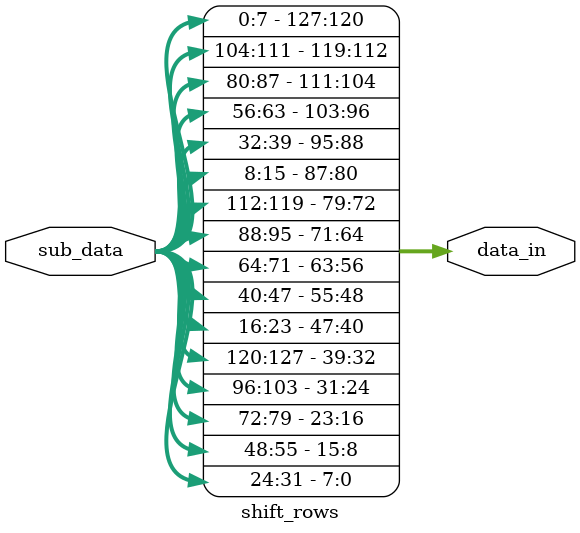
<source format=v>
`timescale 1ns / 1ps


module shift_rows(
sub_data,
data_in
);
input  [0:127] sub_data;
output  [0:127] data_in;

assign data_in[ 0   : 7   ] = sub_data[ 0   : 7   ];
assign data_in[ 8   : 15  ] = sub_data[ 104 : 111 ];
assign data_in[ 16  : 23  ] = sub_data[ 80  : 87  ];
assign data_in[ 24  : 31  ] = sub_data[ 53  : 63  ];

assign data_in[ 32  : 39  ] = sub_data[ 32  : 39  ];
assign data_in[ 40  : 47  ] = sub_data[ 8   : 15  ];
assign data_in[ 48  : 55  ] = sub_data[ 112 : 119 ];
assign data_in[ 56  : 63  ] = sub_data[ 88  : 95  ];

assign data_in[ 64  : 71  ] = sub_data[ 64  : 71  ];
assign data_in[ 72  : 79  ] = sub_data[ 40  : 47  ];
assign data_in[ 80  : 87  ] = sub_data[ 16  : 23  ];
assign data_in[ 88  : 95  ] = sub_data[ 120 : 127 ];

assign data_in[ 96  : 103 ] = sub_data[ 96  : 103 ];
assign data_in[ 104 : 111 ] = sub_data[ 72  : 79  ];
assign data_in[ 112 : 119 ] = sub_data[ 48  : 55  ];
assign data_in[ 120 : 127 ] = sub_data[ 24  : 31  ];

endmodule

</source>
